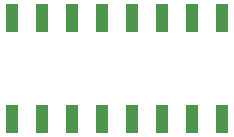
<source format=gbr>
%TF.GenerationSoftware,KiCad,Pcbnew,7.0.9*%
%TF.CreationDate,2023-12-30T10:08:20+11:00*%
%TF.ProjectId,4-bit-rca,342d6269-742d-4726-9361-2e6b69636164,rev?*%
%TF.SameCoordinates,Original*%
%TF.FileFunction,Paste,Top*%
%TF.FilePolarity,Positive*%
%FSLAX46Y46*%
G04 Gerber Fmt 4.6, Leading zero omitted, Abs format (unit mm)*
G04 Created by KiCad (PCBNEW 7.0.9) date 2023-12-30 10:08:20*
%MOMM*%
%LPD*%
G01*
G04 APERTURE LIST*
%ADD10R,1.120000X2.440000*%
G04 APERTURE END LIST*
D10*
%TO.C,SW1*%
X133350000Y-135890000D03*
X135890000Y-135890000D03*
X138430000Y-135890000D03*
X140970000Y-135890000D03*
X143510000Y-135890000D03*
X146050000Y-135890000D03*
X148590000Y-135890000D03*
X151130000Y-135890000D03*
X151130000Y-127280000D03*
X148590000Y-127280000D03*
X146050000Y-127280000D03*
X143510000Y-127280000D03*
X140970000Y-127280000D03*
X138430000Y-127280000D03*
X135890000Y-127280000D03*
X133350000Y-127280000D03*
%TD*%
M02*

</source>
